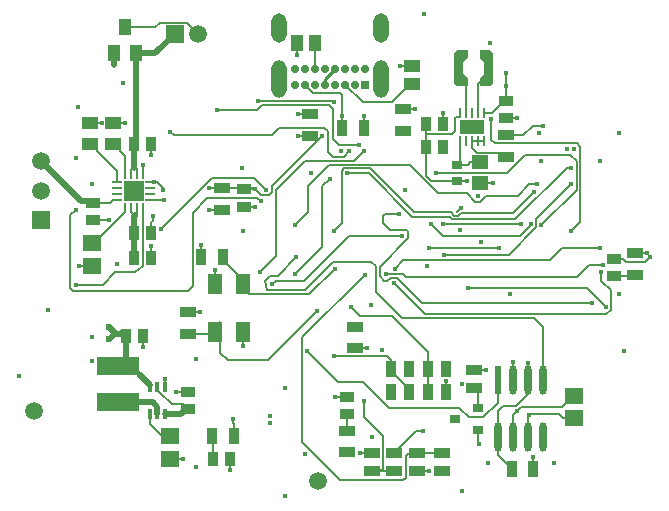
<source format=gbl>
G04*
G04 #@! TF.GenerationSoftware,Altium Limited,Altium Designer,24.7.2 (38)*
G04*
G04 Layer_Physical_Order=4*
G04 Layer_Color=16711680*
%FSLAX44Y44*%
%MOMM*%
G71*
G04*
G04 #@! TF.SameCoordinates,27BF797F-714E-4A77-BE02-AF934A81444A*
G04*
G04*
G04 #@! TF.FilePolarity,Positive*
G04*
G01*
G75*
%ADD11C,0.5000*%
%ADD12C,0.2000*%
%ADD16C,0.2540*%
%ADD28R,0.9578X1.2621*%
%ADD32R,0.9500X1.4000*%
%ADD34R,1.4000X0.9500*%
G04:AMPARAMS|DCode=48|XSize=1.3mm|YSize=3.2mm|CornerRadius=0.65mm|HoleSize=0mm|Usage=FLASHONLY|Rotation=180.000|XOffset=0mm|YOffset=0mm|HoleType=Round|Shape=RoundedRectangle|*
%AMROUNDEDRECTD48*
21,1,1.3000,1.9000,0,0,180.0*
21,1,0.0000,3.2000,0,0,180.0*
1,1,1.3000,0.0000,0.9500*
1,1,1.3000,0.0000,0.9500*
1,1,1.3000,0.0000,-0.9500*
1,1,1.3000,0.0000,-0.9500*
%
%ADD48ROUNDEDRECTD48*%
G04:AMPARAMS|DCode=49|XSize=1.3mm|YSize=2.5mm|CornerRadius=0.65mm|HoleSize=0mm|Usage=FLASHONLY|Rotation=180.000|XOffset=0mm|YOffset=0mm|HoleType=Round|Shape=RoundedRectangle|*
%AMROUNDEDRECTD49*
21,1,1.3000,1.2000,0,0,180.0*
21,1,0.0000,2.5000,0,0,180.0*
1,1,1.3000,0.0000,0.6000*
1,1,1.3000,0.0000,0.6000*
1,1,1.3000,0.0000,-0.6000*
1,1,1.3000,0.0000,-0.6000*
%
%ADD49ROUNDEDRECTD49*%
%ADD55C,0.7000*%
G04:AMPARAMS|DCode=56|XSize=0.7mm|YSize=1.6mm|CornerRadius=0.35mm|HoleSize=0mm|Usage=FLASHONLY|Rotation=180.000|XOffset=0mm|YOffset=0mm|HoleType=Round|Shape=RoundedRectangle|*
%AMROUNDEDRECTD56*
21,1,0.7000,0.9000,0,0,180.0*
21,1,0.0000,1.6000,0,0,180.0*
1,1,0.7000,0.0000,0.4500*
1,1,0.7000,0.0000,0.4500*
1,1,0.7000,0.0000,-0.4500*
1,1,0.7000,0.0000,-0.4500*
%
%ADD56ROUNDEDRECTD56*%
%ADD57R,0.7000X0.7000*%
%ADD63R,1.4500X1.1500*%
%ADD68C,1.5000*%
%ADD69R,1.5000X1.5000*%
%ADD70R,1.5000X1.5000*%
%ADD71C,0.4500*%
%ADD72C,0.6000*%
%ADD83R,1.2621X0.9578*%
G04:AMPARAMS|DCode=84|XSize=0.2393mm|YSize=0.866mm|CornerRadius=0.1196mm|HoleSize=0mm|Usage=FLASHONLY|Rotation=270.000|XOffset=0mm|YOffset=0mm|HoleType=Round|Shape=RoundedRectangle|*
%AMROUNDEDRECTD84*
21,1,0.2393,0.6267,0,0,270.0*
21,1,0.0000,0.8660,0,0,270.0*
1,1,0.2393,-0.3134,0.0000*
1,1,0.2393,-0.3134,0.0000*
1,1,0.2393,0.3134,0.0000*
1,1,0.2393,0.3134,0.0000*
%
%ADD84ROUNDEDRECTD84*%
G04:AMPARAMS|DCode=85|XSize=0.856mm|YSize=0.2425mm|CornerRadius=0.1212mm|HoleSize=0mm|Usage=FLASHONLY|Rotation=270.000|XOffset=0mm|YOffset=0mm|HoleType=Round|Shape=RoundedRectangle|*
%AMROUNDEDRECTD85*
21,1,0.8560,0.0000,0,0,270.0*
21,1,0.6136,0.2425,0,0,270.0*
1,1,0.2425,0.0000,-0.3068*
1,1,0.2425,0.0000,0.3068*
1,1,0.2425,0.0000,0.3068*
1,1,0.2425,0.0000,-0.3068*
%
%ADD85ROUNDEDRECTD85*%
G04:AMPARAMS|DCode=86|XSize=0.4mm|YSize=0.85mm|CornerRadius=0.05mm|HoleSize=0mm|Usage=FLASHONLY|Rotation=180.000|XOffset=0mm|YOffset=0mm|HoleType=Round|Shape=RoundedRectangle|*
%AMROUNDEDRECTD86*
21,1,0.4000,0.7500,0,0,180.0*
21,1,0.3000,0.8500,0,0,180.0*
1,1,0.1000,-0.1500,0.3750*
1,1,0.1000,0.1500,0.3750*
1,1,0.1000,0.1500,-0.3750*
1,1,0.1000,-0.1500,-0.3750*
%
%ADD86ROUNDEDRECTD86*%
%ADD87R,3.6000X1.5000*%
%ADD88R,0.9000X0.8000*%
%ADD89R,0.2425X0.8560*%
%ADD90R,0.9500X0.8000*%
G04:AMPARAMS|DCode=91|XSize=2.4692mm|YSize=0.6221mm|CornerRadius=0.3111mm|HoleSize=0mm|Usage=FLASHONLY|Rotation=270.000|XOffset=0mm|YOffset=0mm|HoleType=Round|Shape=RoundedRectangle|*
%AMROUNDEDRECTD91*
21,1,2.4692,0.0000,0,0,270.0*
21,1,1.8470,0.6221,0,0,270.0*
1,1,0.6221,0.0000,-0.9235*
1,1,0.6221,0.0000,0.9235*
1,1,0.6221,0.0000,0.9235*
1,1,0.6221,0.0000,-0.9235*
%
%ADD91ROUNDEDRECTD91*%
%ADD92R,1.3500X1.0000*%
%ADD93R,2.1000X1.2000*%
%ADD94R,1.3500X0.9500*%
%ADD95R,0.9500X1.3500*%
%ADD96R,1.0000X1.3500*%
%ADD97R,1.2000X1.8000*%
G04:AMPARAMS|DCode=98|XSize=0.866mm|YSize=0.2393mm|CornerRadius=0.1196mm|HoleSize=0mm|Usage=FLASHONLY|Rotation=270.000|XOffset=0mm|YOffset=0mm|HoleType=Round|Shape=RoundedRectangle|*
%AMROUNDEDRECTD98*
21,1,0.8660,0.0000,0,0,270.0*
21,1,0.6267,0.2393,0,0,270.0*
1,1,0.2393,0.0000,-0.3134*
1,1,0.2393,0.0000,0.3134*
1,1,0.2393,0.0000,0.3134*
1,1,0.2393,0.0000,-0.3134*
%
%ADD98ROUNDEDRECTD98*%
%ADD99R,1.6800X1.6800*%
%ADD100R,1.0000X1.4000*%
%ADD101R,1.5500X1.3500*%
%ADD102R,1.5500X1.4000*%
%ADD103R,0.2393X0.8660*%
%ADD104C,0.9371*%
%ADD105R,0.6221X2.4692*%
G36*
X376003Y368592D02*
Y381292D01*
X378553Y383842D01*
X387403D01*
Y376842D01*
X383603Y373692D01*
Y363492D01*
X387403Y360342D01*
Y353342D01*
X378553D01*
X376003Y355892D01*
Y368592D01*
D01*
D02*
G37*
G36*
X409003D02*
Y381292D01*
X406453Y383842D01*
X397603D01*
Y376842D01*
X401403Y373692D01*
Y363492D01*
X397603Y360342D01*
Y353342D01*
X406453D01*
X409003Y355892D01*
Y368592D01*
D01*
D02*
G37*
D11*
X104394Y229612D02*
Y243431D01*
X26328Y289773D02*
X59788Y256312D01*
X67698D02*
X69596Y254414D01*
X59788Y256312D02*
X67698D01*
X83334Y138936D02*
X88299Y143902D01*
Y144614D01*
X83119Y149794D02*
X88299Y144614D01*
Y143902D02*
X95770D01*
X97851Y141821D01*
Y122965D02*
Y139127D01*
X87642Y370873D02*
Y381124D01*
X104657Y284876D02*
Y304386D01*
Y284200D02*
Y284876D01*
X108552Y109999D02*
X118021Y100529D01*
X144070Y75779D02*
X148496Y80204D01*
X131021Y75779D02*
X144070D01*
X120385Y86165D02*
X124521Y82029D01*
Y75779D02*
Y82029D01*
X91552Y86165D02*
X120385D01*
X106642Y306371D02*
Y381124D01*
X122493D02*
X139080Y397710D01*
X106642Y381124D02*
X122493D01*
X104742Y208026D02*
Y229264D01*
D12*
X305969Y27270D02*
X324773D01*
X177845Y127254D02*
Y153614D01*
X377444Y327406D02*
X380625D01*
X510835Y192403D02*
X527038D01*
X332636Y314162D02*
Y315260D01*
X221296Y268410D02*
X263755Y310870D01*
X178839Y266913D02*
X206170D01*
X106894Y243038D02*
Y247022D01*
X104394Y240538D02*
X106894Y243038D01*
X104140Y240538D02*
Y243431D01*
X103916Y243910D02*
X104394Y243431D01*
X104140D02*
Y244267D01*
X354464Y216408D02*
X413512D01*
X366482Y236220D02*
X432562D01*
X440944Y235931D02*
Y236474D01*
X431835Y226822D02*
X440944Y235931D01*
X366522Y226822D02*
X431835D01*
X356362Y236982D02*
X366522Y226822D01*
X246701Y51748D02*
X278892Y19558D01*
X246701Y51748D02*
Y140605D01*
X278892Y19558D02*
X332740D01*
X150196Y162401D02*
X160447D01*
X161791Y208504D02*
Y218755D01*
X425515Y104388D02*
Y119984D01*
X172845Y185614D02*
Y197864D01*
X196845Y133364D02*
Y145614D01*
X112395Y132260D02*
Y141821D01*
X140457Y94748D02*
X150018D01*
X79281Y240030D02*
X83332D01*
X79122Y239870D02*
X79281Y240030D01*
X69596Y239870D02*
X79122D01*
X120650Y239552D02*
Y243000D01*
X119286Y238187D02*
X120650Y239552D01*
X119286Y229264D02*
Y238187D01*
Y208026D02*
Y217587D01*
X419623Y326405D02*
X429184D01*
X366440Y320883D02*
Y330444D01*
X442464Y319786D02*
X451219D01*
X434442Y311765D02*
X442464Y319786D01*
X419522Y311765D02*
X434442D01*
X119201Y294825D02*
Y304386D01*
X197646Y251333D02*
X207207D01*
X168588Y248413D02*
X178839D01*
X332752Y333760D02*
X343003D01*
X243228Y329370D02*
X253479D01*
X291845Y131254D02*
X302096D01*
X299276Y318049D02*
Y328299D01*
X537593Y204469D02*
X541843Y208720D01*
X521447Y204469D02*
X537593D01*
X518561Y207355D02*
X521447Y204469D01*
X510835Y207355D02*
X518561D01*
X528475Y212339D02*
X538725D01*
X442828Y29302D02*
Y39553D01*
X275253Y90147D02*
X284814D01*
X186301Y28516D02*
Y38077D01*
X188401Y68038D02*
Y71862D01*
Y68038D02*
X189016Y67424D01*
Y57436D02*
Y67424D01*
X58481Y201200D02*
X69481D01*
X135307Y37937D02*
X146307D01*
X67434Y322468D02*
X77434D01*
X86949Y322419D02*
X96949D01*
X398041Y271344D02*
X408541D01*
X329728Y370128D02*
X339728D01*
X242978Y379578D02*
Y389578D01*
X368747Y94076D02*
Y104076D01*
X295969Y42770D02*
X305969D01*
X344695Y27348D02*
X354695D01*
X392856Y113158D02*
X402856D01*
X131021Y98279D02*
Y105779D01*
X111894Y278723D02*
Y286303D01*
X126404Y257302D02*
X130380D01*
X126095Y256992D02*
X126404Y257302D01*
X118624Y256992D02*
X126095D01*
X351897Y311498D02*
Y314091D01*
X438215Y93029D02*
Y104388D01*
X207206Y265876D02*
X211971Y261112D01*
X206170Y266913D02*
X207206Y265876D01*
X280776Y328299D02*
Y345838D01*
X121929Y271992D02*
X123952D01*
X118624D02*
X121929D01*
X450915Y104388D02*
Y149286D01*
X443230Y156972D02*
X450915Y149286D01*
X331565Y156972D02*
X443230D01*
X309372Y179165D02*
X331565Y156972D01*
X309372Y179165D02*
Y200660D01*
X305562Y204470D02*
X309372Y200660D01*
X273558Y204470D02*
X305562D01*
X249682Y180594D02*
X273558Y204470D01*
X217841Y180594D02*
X249682D01*
X217424Y181011D02*
X217841Y180594D01*
X215324Y188214D02*
X217424Y181011D01*
X215324Y188214D02*
X220023Y192913D01*
X226441D01*
X241808Y208280D01*
X412815Y85155D02*
Y104388D01*
X400558Y72898D02*
X412815Y85155D01*
X388112Y72898D02*
X400558D01*
X379984Y81026D02*
X388112Y72898D01*
X320294Y81026D02*
X379984D01*
X298704Y102616D02*
X320294Y81026D01*
X277368Y102616D02*
X298704D01*
X250952Y129032D02*
X277368Y102616D01*
X241046Y194310D02*
X264160Y217424D01*
Y268986D01*
X270256Y275082D01*
X221488Y185420D02*
X224682Y188614D01*
X248304D01*
X286512Y226822D01*
X331978D01*
X211074Y195913D02*
X224536Y209375D01*
Y265470D01*
X249134Y290068D01*
X290830D01*
X299212Y298450D01*
X318401Y194195D02*
X332692D01*
X335371Y191516D01*
X480060D01*
X490220Y201676D01*
X501396D01*
X445262Y241154D02*
X474472Y270364D01*
X445262Y233959D02*
Y241154D01*
X422069Y210765D02*
X445262Y233959D01*
X366721Y210765D02*
X422069D01*
X500380Y188214D02*
Y196088D01*
Y188214D02*
X508254Y180340D01*
Y163897D02*
Y180340D01*
X504630Y160274D02*
X508254Y163897D01*
X351282Y160274D02*
X504630D01*
X324612Y186944D02*
X351282Y160274D01*
X467360Y216662D02*
X498856D01*
X456692Y205994D02*
X467360Y216662D01*
X332740Y205994D02*
X456692D01*
X325374Y198628D02*
X332740Y205994D01*
X439480Y270364D02*
X446132D01*
X429720Y260604D02*
X439480Y270364D01*
X402844Y260604D02*
X429720D01*
X397764Y255524D02*
X402844Y260604D01*
X393700Y255524D02*
X397764D01*
X386334Y262890D02*
X393700Y255524D01*
X361950Y262890D02*
X386334D01*
X337935Y286905D02*
X361950Y262890D01*
X269514Y286905D02*
X337935D01*
X251640Y269031D02*
X269514Y286905D01*
X251640Y246614D02*
Y269031D01*
X240792Y235766D02*
X251640Y246614D01*
X425469Y246145D02*
X443230Y263906D01*
X381762Y246145D02*
X425469D01*
X379342Y243726D02*
X381762Y246145D01*
X375920Y243726D02*
X379342D01*
X373012Y246634D02*
X375920Y243726D01*
X341376Y246634D02*
X373012D01*
X304105Y283904D02*
X341376Y246634D01*
X282888Y283904D02*
X304105D01*
X280670Y281686D02*
X282888Y283904D01*
X280670Y237369D02*
Y281686D01*
X274066Y230765D02*
X280670Y237369D01*
X449580Y235712D02*
X479552Y265684D01*
Y289560D01*
X474218Y294894D02*
X479552Y289560D01*
X435864Y294894D02*
X474218D01*
X420878Y279908D02*
X435864Y294894D01*
X360426Y279908D02*
X420878D01*
X407162Y308102D02*
Y325628D01*
Y308102D02*
X410464Y304800D01*
X479552D01*
X482600Y301752D01*
Y238492D02*
Y301752D01*
X474472Y230364D02*
X482600Y238492D01*
X322035Y114008D02*
Y121449D01*
X319024Y124460D02*
X322035Y121449D01*
X273812Y124460D02*
X319024D01*
X299212Y72898D02*
Y86868D01*
Y72898D02*
X315214Y56896D01*
Y29556D02*
Y56896D01*
X312928Y27270D02*
X315214Y29556D01*
X305969Y27270D02*
X312928D01*
X282194Y293624D02*
X287020Y298450D01*
X273304Y293624D02*
X282194D01*
X268986Y297942D02*
X273304Y293624D01*
X268986Y297942D02*
Y314960D01*
X265938Y318008D02*
X268986Y314960D01*
X227703Y318008D02*
X265938D01*
X221674Y311979D02*
X227703Y318008D01*
X138362Y311979D02*
X221674D01*
X135473Y314869D02*
X138362Y311979D01*
X127762Y232156D02*
X170942Y275336D01*
X206248D01*
X216154Y265430D01*
X50800Y244043D02*
X55626Y248869D01*
X50800Y182372D02*
Y244043D01*
Y182372D02*
X53086Y180086D01*
X150368D01*
X154432Y184150D01*
Y246126D01*
X166878Y258572D01*
X209030D01*
X211836Y255766D01*
X210058Y340868D02*
X273304D01*
X274320Y339852D01*
X221296Y263398D02*
Y268410D01*
X219010Y261112D02*
X221296Y263398D01*
X211971Y261112D02*
X219010D01*
X387350Y182118D02*
X488442D01*
X503936Y166624D01*
X348420Y169926D02*
X492760D01*
X327152Y191194D02*
X348420Y169926D01*
X322258Y191194D02*
X327152D01*
X319278Y188214D02*
X322258Y191194D01*
X316738Y188214D02*
X319278D01*
X312674Y192278D02*
X316738Y188214D01*
X312674Y192278D02*
Y200338D01*
X337058Y224722D01*
Y230124D01*
X336042Y231140D02*
X337058Y230124D01*
X321818Y231140D02*
X336042D01*
X315722Y237236D02*
X321818Y231140D01*
X315722Y237236D02*
Y243244D01*
X317587Y245110D01*
X329438D01*
X470916Y283972D02*
X474980D01*
X427669Y240725D02*
X470916Y283972D01*
X374101Y240725D02*
X427669D01*
X371961Y242865D02*
X374101Y240725D01*
X340272Y242865D02*
X371961D01*
X303484Y279654D02*
X340272Y242865D01*
X284932Y279654D02*
X303484D01*
X246701Y140605D02*
X299931Y193834D01*
X332740Y19558D02*
X334772Y21590D01*
Y40308D01*
X337312Y42848D01*
X344695D01*
X217932Y121158D02*
X259588Y162814D01*
X183941Y121158D02*
X217932D01*
X177845Y127254D02*
X183941Y121158D01*
X278384Y303276D02*
X294932D01*
X272796Y308864D02*
X278384Y303276D01*
X272796Y308864D02*
Y333756D01*
X269494Y337058D02*
X272796Y333756D01*
X212971Y337058D02*
X269494D01*
X208974Y333061D02*
X212971Y337058D01*
X174565Y333061D02*
X208974D01*
X427736Y82550D02*
X438215Y93029D01*
X416879Y82550D02*
X427736D01*
X412815Y78486D02*
X416879Y82550D01*
X412815Y56116D02*
Y78486D01*
X353234Y114146D02*
Y128548D01*
X323032Y158750D02*
X353234Y128548D01*
X296164Y158750D02*
X323032D01*
X288544Y166370D02*
X296164Y158750D01*
X253155Y177105D02*
X274932Y198882D01*
X202353Y177105D02*
X253155D01*
X196845Y182614D02*
X202353Y177105D01*
X123952Y271992D02*
X129032Y266912D01*
Y265176D02*
Y266912D01*
X104140Y244267D02*
X104873Y245000D01*
X249483Y354526D02*
X256401Y347607D01*
X279006D01*
X280776Y345838D01*
X356233Y273191D02*
X378433D01*
X351802Y277622D02*
X356233Y273191D01*
X351802Y277622D02*
Y302081D01*
X338364Y355128D02*
X339728D01*
X322834Y339598D02*
X338364Y355128D01*
X298411Y339598D02*
X322834D01*
X283483Y354526D02*
X298411Y339598D01*
X257978Y378718D02*
Y389578D01*
Y378718D02*
X257983Y378714D01*
Y368026D02*
Y378714D01*
X389249Y288844D02*
X398041D01*
X387096Y286691D02*
X389249Y288844D01*
X378433Y286691D02*
X387096D01*
X332636Y315260D02*
X332752D01*
X380625Y327406D02*
Y330377D01*
X376428Y326390D02*
X377444Y327406D01*
X376428Y314960D02*
Y326390D01*
X373888Y312420D02*
X376428Y314960D01*
X353568Y312420D02*
X373888D01*
X351897Y314091D02*
X353568Y312420D01*
X351897Y314091D02*
Y320883D01*
X351802Y311404D02*
X351897Y311498D01*
X351802Y302081D02*
Y311404D01*
X106819Y282038D02*
X106894Y281963D01*
X104657Y284200D02*
X106819Y282038D01*
X104657Y284876D02*
X105334D01*
X104634D02*
X104657D01*
X419623Y340949D02*
Y353505D01*
Y340948D02*
Y340949D01*
X284814Y61748D02*
Y61749D01*
Y75603D01*
X378433Y273191D02*
X384391D01*
X386433D01*
X378433Y286691D02*
X380625Y288883D01*
X280776Y318049D02*
Y328299D01*
X332636Y312120D02*
Y314162D01*
X103916Y243910D02*
Y245000D01*
X55482Y185386D02*
X78146D01*
X101894Y247022D02*
X103916Y245000D01*
X101894Y247022D02*
Y250261D01*
X106894Y247022D02*
Y250261D01*
X104873Y245000D02*
X106894Y247022D01*
X104394Y229612D02*
X104742Y229264D01*
X106819Y282038D02*
Y283391D01*
X105334Y284876D02*
X106819Y283391D01*
X101969Y278798D02*
Y282211D01*
X104634Y284876D01*
X101894Y278723D02*
X101969Y278798D01*
X104657Y284200D02*
X104657D01*
X106894Y278723D02*
Y281963D01*
X197646Y265876D02*
X207206D01*
X168588Y266913D02*
X178839D01*
X243228Y310870D02*
X253479D01*
X86924Y256992D02*
X90164D01*
X84345Y254414D02*
X86924Y256992D01*
X69596Y254414D02*
X84345D01*
X419623Y353505D02*
Y364632D01*
X407529Y330377D02*
X418101Y340948D01*
X419623D01*
X400625Y330377D02*
X407529D01*
X118021Y98279D02*
Y100529D01*
X97851Y141821D02*
Y143342D01*
X108552Y109999D02*
Y110165D01*
X102051Y116665D02*
X108552Y110165D01*
X91552Y116665D02*
X102051D01*
X94062Y147131D02*
X97851Y143342D01*
X91552Y116665D02*
X97851Y122965D01*
X375795Y71210D02*
X375859D01*
X376244Y71594D01*
X124521Y96029D02*
Y98279D01*
Y96029D02*
X127021Y93529D01*
X136521Y83994D02*
X146229D01*
X150018Y80204D01*
X127021Y93494D02*
Y93529D01*
Y93494D02*
X136521Y83994D01*
X148496Y80204D02*
X150018D01*
X377962Y246726D02*
X381631Y250396D01*
X527038Y192403D02*
X528475Y193839D01*
X438215Y104388D02*
Y119146D01*
X412815Y40815D02*
Y56116D01*
Y40815D02*
X424328Y29302D01*
X171757Y38077D02*
Y56194D01*
X170515Y57436D02*
X171757Y56194D01*
X180291Y206255D02*
X191845Y194700D01*
Y190614D02*
Y194700D01*
Y190614D02*
X196845Y185614D01*
X180291Y206255D02*
Y208504D01*
X196845Y182614D02*
Y185614D01*
X172845Y148614D02*
X177845Y153614D01*
X172845Y145614D02*
Y148614D01*
X171133Y143902D02*
X172845Y145614D01*
X150196Y143902D02*
X171133D01*
X334005Y97826D02*
Y100037D01*
Y97826D02*
X337755Y94077D01*
X322035Y112008D02*
Y114008D01*
Y112008D02*
X334005Y100037D01*
X353234Y94090D02*
Y114146D01*
Y94090D02*
X353247Y94076D01*
X343446Y61442D02*
X349045D01*
X324805Y42802D02*
X343446Y61442D01*
X324773Y27270D02*
X324805Y27302D01*
X344695Y42848D02*
X344741Y42802D01*
X365297D01*
X392856Y97658D02*
X396243Y94271D01*
Y81095D02*
Y94271D01*
Y51192D02*
X396946Y50489D01*
X396243Y51192D02*
Y62095D01*
X429039Y78262D02*
X432564Y81786D01*
X425515Y74738D02*
X429039Y78262D01*
X432564Y81786D02*
X467004D01*
X476502Y91284D01*
X438960Y74859D02*
X439704Y75603D01*
X438215Y74115D02*
X438960Y74859D01*
X438215Y56116D02*
Y74115D01*
X439704Y75603D02*
X464252D01*
X467572Y72285D02*
X477253D01*
X464252Y75603D02*
X467572Y72285D01*
X476502Y91284D02*
X477253D01*
X425515Y56116D02*
Y74738D01*
X123521Y76779D02*
Y79064D01*
Y76779D02*
X124521Y75779D01*
X381347Y357783D02*
Y378636D01*
X385625Y330377D02*
Y353505D01*
X381347Y357783D02*
X385625Y353505D01*
X403659Y369260D02*
Y378636D01*
Y369260D02*
X405291Y367628D01*
X395625Y354966D02*
X405291Y364632D01*
Y367628D01*
X395625Y330377D02*
Y354966D01*
Y306816D02*
X400625D01*
X390625D02*
X395625D01*
X394818Y297014D02*
X415773D01*
X390625Y301207D02*
X394818Y297014D01*
X390625Y301207D02*
Y306816D01*
X415773Y297014D02*
X419522Y293264D01*
X380625Y288883D02*
Y306816D01*
X104657Y304386D02*
X106642Y306371D01*
X149580Y407211D02*
X159080Y397710D01*
X126318Y407211D02*
X149580D01*
X122232Y403124D02*
X126318Y407211D01*
X97142Y403124D02*
X122232D01*
X118021Y67635D02*
Y75779D01*
X129065Y55590D02*
Y56591D01*
X118021Y67635D02*
X129065Y56591D01*
X104742Y229264D02*
X104742D01*
X78146Y185386D02*
X88698Y195938D01*
X105556D01*
X106894Y197276D01*
X107920D02*
X111894Y201250D01*
Y250261D01*
X106894Y197276D02*
X107920D01*
X69481Y220700D02*
X70481D01*
X96894Y247113D01*
Y250261D01*
X73184Y298718D02*
Y300468D01*
X67434Y304468D02*
X69184D01*
X73184Y300468D01*
Y298718D02*
X90164Y281739D01*
Y271992D02*
Y281739D01*
X92698Y298669D02*
Y300419D01*
X86949Y304419D02*
X88698D01*
X92698Y300419D01*
Y298669D02*
X96894Y294473D01*
Y278723D02*
Y294473D01*
D16*
X266482Y354526D02*
Y359526D01*
X274983Y368026D01*
D28*
X97851Y141821D02*
D03*
X351897Y320883D02*
D03*
X351802Y302081D02*
D03*
X171757Y38077D02*
D03*
X366440Y320883D02*
D03*
X366346Y302081D02*
D03*
X119201Y304386D02*
D03*
X119286Y229264D02*
D03*
Y208026D02*
D03*
X112395Y141821D02*
D03*
X186301Y38077D02*
D03*
X104742Y229264D02*
D03*
X104742Y208026D02*
D03*
X104657Y304386D02*
D03*
D32*
X280776Y318049D02*
D03*
X299276D02*
D03*
X424328Y29302D02*
D03*
X170515Y57436D02*
D03*
X442828Y29302D02*
D03*
X161791Y208504D02*
D03*
X189016Y57436D02*
D03*
X180291Y208504D02*
D03*
D34*
X332752Y333760D02*
D03*
Y315260D02*
D03*
X178839Y266913D02*
D03*
Y248413D02*
D03*
X253479Y310870D02*
D03*
Y329370D02*
D03*
X284814Y61748D02*
D03*
X528475Y193839D02*
D03*
X291845Y149754D02*
D03*
X419522Y311765D02*
D03*
X528475Y212339D02*
D03*
X291845Y131254D02*
D03*
X284814Y43249D02*
D03*
X150196Y162401D02*
D03*
Y143902D02*
D03*
X419522Y293264D02*
D03*
D48*
X227533Y359526D02*
D03*
X313933D02*
D03*
D49*
X227533Y402526D02*
D03*
X313933D02*
D03*
D55*
X283483Y354526D02*
D03*
X274983D02*
D03*
X266482D02*
D03*
X257983D02*
D03*
Y368026D02*
D03*
X266482D02*
D03*
X274983D02*
D03*
X283483D02*
D03*
X240982D02*
D03*
Y354526D02*
D03*
X300482Y368026D02*
D03*
X249483D02*
D03*
Y354526D02*
D03*
X291982D02*
D03*
Y368026D02*
D03*
D56*
X227533Y359526D02*
D03*
Y401026D02*
D03*
X313933Y359526D02*
D03*
Y401026D02*
D03*
D57*
X300482Y354526D02*
D03*
D63*
X398041Y271344D02*
D03*
Y288844D02*
D03*
D68*
X260855Y19149D02*
D03*
X26328Y289773D02*
D03*
Y264773D02*
D03*
X19812Y77978D02*
D03*
X159080Y397710D02*
D03*
D69*
X26328Y239773D02*
D03*
D70*
X139080Y397710D02*
D03*
D71*
X413512Y216408D02*
D03*
X354464D02*
D03*
X432562Y236220D02*
D03*
X366482D02*
D03*
X440944Y236474D02*
D03*
X356362Y236982D02*
D03*
X249270Y41498D02*
D03*
X95770Y355600D02*
D03*
X160447Y162401D02*
D03*
X161791Y218755D02*
D03*
X57482Y335869D02*
D03*
X89983Y202369D02*
D03*
X196733Y230619D02*
D03*
X195732Y284119D02*
D03*
X55482Y292869D02*
D03*
X382417Y101081D02*
D03*
X314960Y129756D02*
D03*
X232785Y97774D02*
D03*
X156785Y122275D02*
D03*
X219785Y73774D02*
D03*
X382045Y10192D02*
D03*
X306324Y56139D02*
D03*
X425515Y119984D02*
D03*
X172845Y197864D02*
D03*
X196845Y133364D02*
D03*
X232785Y6210D02*
D03*
X156785Y30710D02*
D03*
X219785Y68211D02*
D03*
X460562Y34360D02*
D03*
X404562D02*
D03*
X515092Y313364D02*
D03*
Y177364D02*
D03*
X477592Y300364D02*
D03*
X499092Y290364D02*
D03*
X112395Y132260D02*
D03*
X140457Y94748D02*
D03*
X83332Y240030D02*
D03*
X120650Y243000D02*
D03*
X119286Y217587D02*
D03*
X429184Y326405D02*
D03*
X366440Y330444D02*
D03*
X451219Y319786D02*
D03*
X119201Y294825D02*
D03*
X207207Y251333D02*
D03*
X396175Y259957D02*
D03*
X168588Y248413D02*
D03*
X398881Y221613D02*
D03*
X343003Y333760D02*
D03*
X243228Y329370D02*
D03*
X302096Y131254D02*
D03*
X299276Y328299D02*
D03*
X541843Y208720D02*
D03*
X538725Y212339D02*
D03*
X442828Y39553D02*
D03*
X275253Y90147D02*
D03*
X186301Y28516D02*
D03*
X188401Y71862D02*
D03*
X447563Y313364D02*
D03*
X423062Y177364D02*
D03*
X471562Y300364D02*
D03*
X449562Y290364D02*
D03*
X31464Y163926D02*
D03*
X6963Y107927D02*
D03*
X68963Y140926D02*
D03*
Y120926D02*
D03*
X87642Y370873D02*
D03*
X58481Y201200D02*
D03*
X146307Y37937D02*
D03*
X77434Y322468D02*
D03*
X96949Y322419D02*
D03*
X408541Y271344D02*
D03*
X329728Y370128D02*
D03*
X242978Y379578D02*
D03*
X368747Y104076D02*
D03*
X295969Y42770D02*
D03*
X354695Y27348D02*
D03*
X402856Y113158D02*
D03*
X131021Y105779D02*
D03*
X111894Y286303D02*
D03*
X130380Y257302D02*
D03*
X334152Y265766D02*
D03*
X352536Y200766D02*
D03*
X254932Y279986D02*
D03*
X304931Y168162D02*
D03*
X406015Y389700D02*
D03*
X350015Y414201D02*
D03*
X241808Y208280D02*
D03*
X250952Y129032D02*
D03*
X241046Y194310D02*
D03*
X270256Y275082D02*
D03*
X221488Y185420D02*
D03*
X331978Y226822D02*
D03*
X211074Y195913D02*
D03*
X299212Y298450D02*
D03*
X318401Y194195D02*
D03*
X501396Y201676D02*
D03*
X474472Y270364D02*
D03*
X366721Y210765D02*
D03*
X500380Y196088D02*
D03*
X324612Y186944D02*
D03*
X498856Y216662D02*
D03*
X325374Y198628D02*
D03*
X446132Y270364D02*
D03*
X240792Y235766D02*
D03*
X443230Y263906D02*
D03*
X274066Y230765D02*
D03*
X449580Y235712D02*
D03*
X360426Y279908D02*
D03*
X407162Y325628D02*
D03*
X474472Y230364D02*
D03*
X273812Y124460D02*
D03*
X299212Y86868D02*
D03*
X287020Y298450D02*
D03*
X135473Y314869D02*
D03*
X127762Y232156D02*
D03*
X216154Y265430D02*
D03*
X55626Y248869D02*
D03*
X211836Y255766D02*
D03*
X210058Y340868D02*
D03*
X274320Y339852D02*
D03*
X387350Y182118D02*
D03*
X503936Y166624D02*
D03*
X492760Y169926D02*
D03*
X329438Y245110D02*
D03*
X474980Y283972D02*
D03*
X284932Y279654D02*
D03*
X299931Y193834D02*
D03*
X259588Y162814D02*
D03*
X294932Y303276D02*
D03*
X174565Y333061D02*
D03*
X288544Y166370D02*
D03*
X274932Y198882D02*
D03*
X129032Y265176D02*
D03*
X104394Y240538D02*
D03*
X104140D02*
D03*
X280776Y328299D02*
D03*
X279931Y298369D02*
D03*
X55482Y185386D02*
D03*
X68732Y270869D02*
D03*
X104394Y243431D02*
D03*
X207206Y265876D02*
D03*
X168588Y266913D02*
D03*
X243228Y310870D02*
D03*
X419623Y353505D02*
D03*
Y364632D02*
D03*
X375795Y71210D02*
D03*
X284814Y75603D02*
D03*
X150018Y80204D02*
D03*
X386433Y273191D02*
D03*
X381631Y250396D02*
D03*
X510835Y192403D02*
D03*
X519244Y129504D02*
D03*
X438215Y119146D02*
D03*
X380625Y231864D02*
D03*
X424328Y29302D02*
D03*
X263755Y310870D02*
D03*
X291845Y149754D02*
D03*
X337535Y114008D02*
D03*
X368734Y114146D02*
D03*
X365297Y27302D02*
D03*
X349045Y61442D02*
D03*
X121929Y271992D02*
D03*
X396946Y50489D02*
D03*
X429039Y78262D02*
D03*
X438960Y74859D02*
D03*
X104742Y208026D02*
D03*
D72*
X83334Y138936D02*
D03*
X83119Y149794D02*
D03*
X169785Y57460D02*
D03*
D83*
X197646Y265876D02*
D03*
Y251333D02*
D03*
X69596Y254414D02*
D03*
X419623Y340948D02*
D03*
X284814Y75603D02*
D03*
X150018Y80204D02*
D03*
X510835Y192812D02*
D03*
X419623Y326405D02*
D03*
X510835Y207355D02*
D03*
X69596Y239870D02*
D03*
X284814Y90147D02*
D03*
X150018Y94748D02*
D03*
D84*
X90164Y256992D02*
D03*
X118624D02*
D03*
Y266992D02*
D03*
Y271992D02*
D03*
Y261992D02*
D03*
X90164D02*
D03*
Y266992D02*
D03*
Y271992D02*
D03*
D85*
X400625Y330377D02*
D03*
X390625D02*
D03*
X385625Y306816D02*
D03*
Y330377D02*
D03*
X395625D02*
D03*
X400625Y306816D02*
D03*
X395625D02*
D03*
X390625D02*
D03*
X380625D02*
D03*
D86*
X118021Y98279D02*
D03*
X124521D02*
D03*
X131021Y75779D02*
D03*
Y98279D02*
D03*
X118021Y75779D02*
D03*
X124521D02*
D03*
D87*
X91552Y116665D02*
D03*
Y86165D02*
D03*
D88*
X376244Y71594D02*
D03*
X396243Y62095D02*
D03*
Y81095D02*
D03*
D89*
X380625Y330377D02*
D03*
D90*
X378433Y273191D02*
D03*
Y286691D02*
D03*
D91*
X438215Y104388D02*
D03*
X412815Y56116D02*
D03*
X425515Y104388D02*
D03*
Y56116D02*
D03*
X438215D02*
D03*
X450915D02*
D03*
Y104388D02*
D03*
D92*
X339728Y370128D02*
D03*
X86949Y322419D02*
D03*
X67434Y322468D02*
D03*
X339728Y355128D02*
D03*
X67434Y304468D02*
D03*
X86949Y304419D02*
D03*
D93*
X390625Y318596D02*
D03*
D94*
X392856Y113158D02*
D03*
X305969Y42770D02*
D03*
X344695Y27348D02*
D03*
X392856Y97658D02*
D03*
X324805Y42802D02*
D03*
Y27302D02*
D03*
X344695Y42848D02*
D03*
X305969Y27270D02*
D03*
X365297Y27302D02*
D03*
Y42802D02*
D03*
D95*
X368747Y94076D02*
D03*
X322255Y94077D02*
D03*
X353247Y94076D02*
D03*
X368734Y114146D02*
D03*
X353234D02*
D03*
X337535Y114008D02*
D03*
X322035D02*
D03*
X337755Y94077D02*
D03*
D96*
X242978Y389578D02*
D03*
X257978D02*
D03*
D97*
X172845Y185614D02*
D03*
X196845Y145614D02*
D03*
Y185614D02*
D03*
X172845Y145614D02*
D03*
D98*
X111894Y278723D02*
D03*
X101894D02*
D03*
X106894D02*
D03*
X111894Y250261D02*
D03*
X106894D02*
D03*
X101894D02*
D03*
X96894D02*
D03*
D99*
X104394Y264492D02*
D03*
D100*
X87642Y381124D02*
D03*
X97142Y403124D02*
D03*
X106642Y381124D02*
D03*
D101*
X69481Y201200D02*
D03*
X135307Y37937D02*
D03*
Y57437D02*
D03*
X69481Y220700D02*
D03*
D102*
X477253Y72285D02*
D03*
Y91284D02*
D03*
D103*
X96894Y278723D02*
D03*
D104*
X403659Y378636D02*
D03*
X381347D02*
D03*
D105*
X412815Y104388D02*
D03*
M02*

</source>
